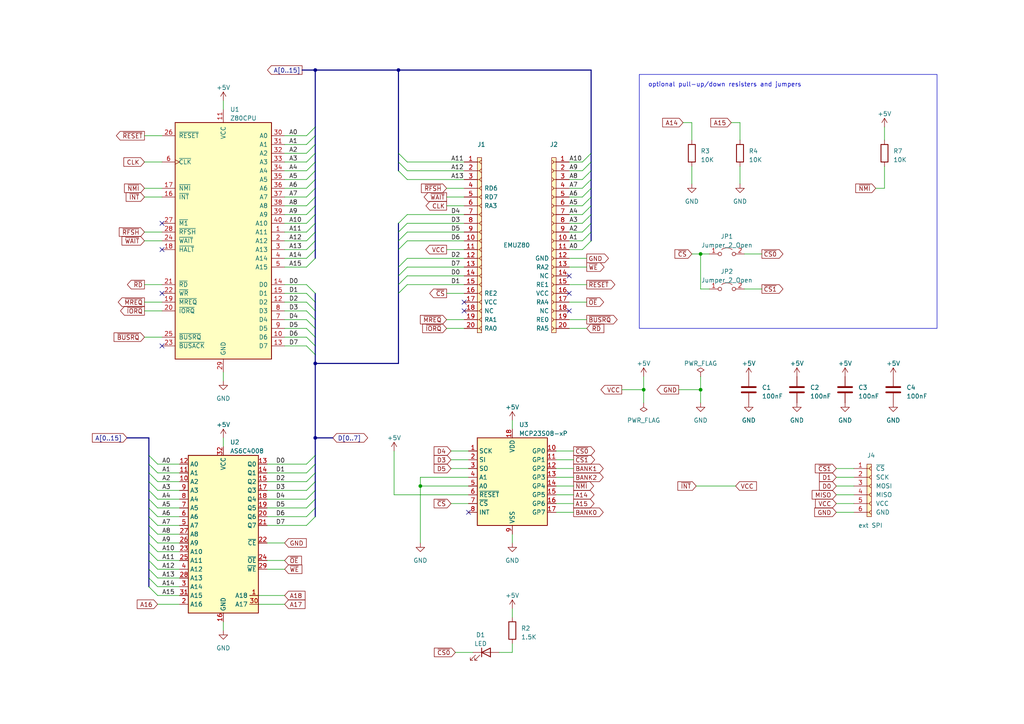
<source format=kicad_sch>
(kicad_sch (version 20230121) (generator eeschema)
  (paper "A4")
  (title_block (title "SuperMEZ80+SPI") (date "2023-04-09") (rev "0.9"))
  (lib_symbols
    (symbol "CPU:Z80CPU" (pin_names (offset 1.016))
      (property "Reference" "U" (at -13.97 35.56 0))
      (property "Value" "Z80CPU" (at 6.35 35.56 0))
      (symbol "Z80CPU_1_1"
        (pin output line (at 17.78 2.54 180) (length 3.81) (name "A11") (number "1"))
        (pin bidirectional line (at 17.78 -27.94 180) (length 3.81) (name "D6") (number "10"))
        (pin power_in line (at 0 38.1 270) (length 3.81) (name "VCC") (number "11"))
        (pin bidirectional line (at 17.78 -17.78 180) (length 3.81) (name "D2") (number "12"))
        (pin bidirectional line (at 17.78 -30.48 180) (length 3.81) (name "D7") (number "13"))
        (pin bidirectional line (at 17.78 -12.7 180) (length 3.81) (name "D0") (number "14"))
        (pin bidirectional line (at 17.78 -15.24 180) (length 3.81) (name "D1") (number "15"))
        (pin input line (at -17.78 12.7 0) (length 3.81) (name "~{INT}") (number "16"))
        (pin input line (at -17.78 15.24 0) (length 3.81) (name "~{NMI}") (number "17"))
        (pin output line (at -17.78 -2.54 0) (length 3.81) (name "~{HALT}") (number "18"))
        (pin output line (at -17.78 -17.78 0) (length 3.81) (name "~{MREQ}") (number "19"))
        (pin output line (at 17.78 0 180) (length 3.81) (name "A12") (number "2"))
        (pin output line (at -17.78 -20.32 0) (length 3.81) (name "~{IORQ}") (number "20"))
        (pin output line (at -17.78 -12.7 0) (length 3.81) (name "~{RD}") (number "21"))
        (pin output line (at -17.78 -15.24 0) (length 3.81) (name "~{WR}") (number "22"))
        (pin output line (at -17.78 -30.48 0) (length 3.81) (name "~{BUSACK}") (number "23"))
        (pin input line (at -17.78 0 0) (length 3.81) (name "~{WAIT}") (number "24"))
        (pin input line (at -17.78 -27.94 0) (length 3.81) (name "~{BUSRQ}") (number "25"))
        (pin input line (at -17.78 30.48 0) (length 3.81) (name "~{RESET}") (number "26"))
        (pin output line (at -17.78 5.08 0) (length 3.81) (name "~{M1}") (number "27"))
        (pin output line (at -17.78 2.54 0) (length 3.81) (name "~{RFSH}") (number "28"))
        (pin power_in line (at 0 -38.1 90) (length 3.81) (name "GND") (number "29"))
        (pin output line (at 17.78 -2.54 180) (length 3.81) (name "A13") (number "3"))
        (pin output line (at 17.78 30.48 180) (length 3.81) (name "A0") (number "30"))
        (pin output line (at 17.78 27.94 180) (length 3.81) (name "A1") (number "31"))
        (pin output line (at 17.78 25.4 180) (length 3.81) (name "A2") (number "32"))
        (pin output line (at 17.78 22.86 180) (length 3.81) (name "A3") (number "33"))
        (pin output line (at 17.78 20.32 180) (length 3.81) (name "A4") (number "34"))
        (pin output line (at 17.78 17.78 180) (length 3.81) (name "A5") (number "35"))
        (pin output line (at 17.78 15.24 180) (length 3.81) (name "A6") (number "36"))
        (pin output line (at 17.78 12.7 180) (length 3.81) (name "A7") (number "37"))
        (pin output line (at 17.78 10.16 180) (length 3.81) (name "A8") (number "38"))
        (pin output line (at 17.78 7.62 180) (length 3.81) (name "A9") (number "39"))
        (pin output line (at 17.78 -5.08 180) (length 3.81) (name "A14") (number "4"))
        (pin output line (at 17.78 5.08 180) (length 3.81) (name "A10") (number "40"))
        (pin output line (at 17.78 -7.62 180) (length 3.81) (name "A15") (number "5"))
        (pin input clock (at -17.78 22.86 0) (length 3.81) (name "~{CLK}") (number "6"))
        (pin bidirectional line (at 17.78 -22.86 180) (length 3.81) (name "D4") (number "7"))
        (pin bidirectional line (at 17.78 -20.32 180) (length 3.81) (name "D3") (number "8"))
        (pin bidirectional line (at 17.78 -25.4 180) (length 3.81) (name "D5") (number "9"))
      )
    )
    (symbol "Connector:Conn_01x06_Socket" (pin_names (offset 2.54))
      (property "Reference" "J2" (at -1.27 8.89 0))
      (property "Value" "SD Card slot" (at -6.35 -11.43 0))
      (symbol "Conn_01x06_Socket_1_1"
        (pin passive line (at -5.08 5.08 0) (length 3.81) (name "~{CS}") (number "1"))
        (pin passive line (at -5.08 2.54 0) (length 3.81) (name "SCK") (number "2"))
        (pin passive line (at -5.08 0 0) (length 3.81) (name "MOSI") (number "3"))
        (pin passive line (at -5.08 -2.54 0) (length 3.81) (name "MISO") (number "4"))
        (pin passive line (at -5.08 -5.08 0) (length 3.81) (name "VCC") (number "5"))
        (pin passive line (at -5.08 -7.62 0) (length 3.81) (name "GND") (number "6"))
      )
    )
    (symbol "Device:C" (pin_numbers hide) (pin_names (offset 0.254))
      (property "Reference" "C" (at 0.635 2.54 0))
      (property "Value" "C" (at 0.635 -2.54 0))
      (symbol "C_1_1"
        (pin passive line (at 0 3.81 270) (length 2.794) (name "~") (number "1"))
        (pin passive line (at 0 -3.81 90) (length 2.794) (name "~") (number "2"))
      )
    )
    (symbol "Device:LED" (pin_numbers hide) (pin_names (offset 1.016) hide)
      (property "Reference" "D" (at 0 2.54 0))
      (property "Value" "LED" (at 0 -2.54 0))
      (symbol "LED_1_1"
        (pin passive line (at -3.81 0 0) (length 2.54) (name "K") (number "1"))
        (pin passive line (at 3.81 0 180) (length 2.54) (name "A") (number "2"))
      )
    )
    (symbol "Device:R" (pin_numbers hide) (pin_names (offset 0))
      (property "Reference" "R" (at 2.032 0 90))
      (property "Value" "R" (at 0 0 90))
      (symbol "R_1_1"
        (pin passive line (at 0 3.81 270) (length 1.27) (name "~") (number "1"))
        (pin passive line (at 0 -3.81 90) (length 1.27) (name "~") (number "2"))
      )
    )
    (symbol "Jumper:Jumper_2_Open" (pin_names (offset 0) hide)
      (property "Reference" "JP" (at 0 2.794 0))
      (property "Value" "Jumper_2_Open" (at 0 -2.286 0))
      (symbol "Jumper_2_Open_1_1"
        (pin passive line (at -5.08 0 0) (length 2.54) (name "A") (number "1"))
        (pin passive line (at 5.08 0 180) (length 2.54) (name "B") (number "2"))
      )
    )
    (symbol "library:AS6C4008"
      (property "Reference" "U" (at 2.54 27.94 0))
      (property "Value" "AS6C4008" (at 2.54 25.4 0))
      (symbol "AS6C4008_0_0"
        (pin power_in line (at 0 -25.4 90) (length 2.54) (name "GND") (number "16"))
        (pin power_in line (at 0 25.4 270) (length 2.54) (name "VCC") (number "32"))
      )
      (symbol "AS6C4008_1_1"
        (pin input line (at 10.16 -17.78 180) (length 2.54) (name "A18") (number "1"))
        (pin input line (at -12.7 15.24 0) (length 2.54) (name "A2") (number "10"))
        (pin input line (at -12.7 17.78 0) (length 2.54) (name "A1") (number "11"))
        (pin input line (at -12.7 20.32 0) (length 2.54) (name "A0") (number "12"))
        (pin tri_state line (at 12.7 20.32 180) (length 2.54) (name "Q0") (number "13"))
        (pin tri_state line (at 12.7 17.78 180) (length 2.54) (name "Q1") (number "14"))
        (pin tri_state line (at 12.7 15.24 180) (length 2.54) (name "Q2") (number "15"))
        (pin tri_state line (at 12.7 12.7 180) (length 2.54) (name "Q3") (number "17"))
        (pin tri_state line (at 12.7 10.16 180) (length 2.54) (name "Q4") (number "18"))
        (pin tri_state line (at 12.7 7.62 180) (length 2.54) (name "Q5") (number "19"))
        (pin input line (at -12.7 -20.32 0) (length 2.54) (name "A16") (number "2"))
        (pin tri_state line (at 12.7 5.08 180) (length 2.54) (name "Q6") (number "20"))
        (pin tri_state line (at 12.7 2.54 180) (length 2.54) (name "Q7") (number "21"))
        (pin input line (at 12.7 -2.54 180) (length 2.54) (name "~{CE}") (number "22"))
        (pin input line (at -12.7 -5.08 0) (length 2.54) (name "A10") (number "23"))
        (pin input line (at 12.7 -7.62 180) (length 2.54) (name "~{OE}") (number "24"))
        (pin input line (at -12.7 -7.62 0) (length 2.54) (name "A11") (number "25"))
        (pin input line (at -12.7 -2.54 0) (length 2.54) (name "A9") (number "26"))
        (pin input line (at -12.7 0 0) (length 2.54) (name "A8") (number "27"))
        (pin input line (at -12.7 -12.7 0) (length 2.54) (name "A13") (number "28"))
        (pin input line (at 12.7 -10.16 180) (length 2.54) (name "~{WE}") (number "29"))
        (pin input line (at -12.7 -15.24 0) (length 2.54) (name "A14") (number "3"))
        (pin input line (at 10.16 -20.32 180) (length 2.54) (name "A17") (number "30"))
        (pin input line (at -12.7 -17.78 0) (length 2.54) (name "A15") (number "31"))
        (pin input line (at -12.7 -10.16 0) (length 2.54) (name "A12") (number "4"))
        (pin input line (at -12.7 2.54 0) (length 2.54) (name "A7") (number "5"))
        (pin input line (at -12.7 5.08 0) (length 2.54) (name "A6") (number "6"))
        (pin input line (at -12.7 7.62 0) (length 2.54) (name "A5") (number "7"))
        (pin input line (at -12.7 10.16 0) (length 2.54) (name "A4") (number "8"))
        (pin input line (at -12.7 12.7 0) (length 2.54) (name "A3") (number "9"))
      )
    )
    (symbol "library:EMUZ80_0" (pin_names (offset 2.032))
      (property "Reference" "J" (at -19.05 31.75 0))
      (property "Value" "EMUZ80_0" (at -15.24 29.21 0))
      (symbol "EMUZ80_0_1_1"
        (pin passive line (at -15.24 24.13 0) (length 3.81) (name "") (number "1"))
        (pin passive line (at -15.24 1.27 0) (length 3.81) (name "") (number "10"))
        (pin passive line (at -15.24 -1.27 0) (length 3.81) (name "") (number "11"))
        (pin passive line (at -15.24 -3.81 0) (length 3.81) (name "") (number "12"))
        (pin passive line (at -15.24 -6.35 0) (length 3.81) (name "") (number "13"))
        (pin passive line (at -15.24 -8.89 0) (length 3.81) (name "") (number "14"))
        (pin passive line (at -15.24 -11.43 0) (length 3.81) (name "") (number "15"))
        (pin passive line (at -15.24 -13.97 0) (length 3.81) (name "RE2") (number "16"))
        (pin passive line (at -15.24 -16.51 0) (length 3.81) (name "VCC") (number "17"))
        (pin passive line (at -15.24 -19.05 0) (length 3.81) (name "NC") (number "18"))
        (pin passive line (at -15.24 -21.59 0) (length 3.81) (name "RA1") (number "19"))
        (pin passive line (at -15.24 21.59 0) (length 3.81) (name "") (number "2"))
        (pin passive line (at -15.24 -24.13 0) (length 3.81) (name "RA0") (number "20"))
        (pin passive line (at -15.24 19.05 0) (length 3.81) (name "") (number "3"))
        (pin passive line (at -15.24 16.51 0) (length 3.81) (name "RD6") (number "4"))
        (pin passive line (at -15.24 13.97 0) (length 3.81) (name "RD7") (number "5"))
        (pin passive line (at -15.24 11.43 0) (length 3.81) (name "RA3") (number "6"))
        (pin passive line (at -15.24 8.89 0) (length 3.81) (name "") (number "7"))
        (pin passive line (at -15.24 6.35 0) (length 3.81) (name "") (number "8"))
        (pin passive line (at -15.24 3.81 0) (length 3.81) (name "") (number "9"))
      )
    )
    (symbol "library:EMUZ80_1" (pin_names (offset 2.032))
      (property "Reference" "J" (at 10.16 30.48 0))
      (property "Value" "EMUZ80_1" (at 13.97 27.94 0))
      (symbol "EMUZ80_1_1_1"
        (pin passive line (at 15.24 24.13 180) (length 3.81) (name "") (number "1"))
        (pin passive line (at 15.24 1.27 180) (length 3.81) (name "") (number "10"))
        (pin passive line (at 15.24 -1.27 180) (length 3.81) (name "") (number "11"))
        (pin passive line (at 15.24 -3.81 180) (length 3.81) (name "GND") (number "12"))
        (pin passive line (at 15.24 -6.35 180) (length 3.81) (name "RA2") (number "13"))
        (pin passive line (at 15.24 -8.89 180) (length 3.81) (name "NC") (number "14"))
        (pin passive line (at 15.24 -11.43 180) (length 3.81) (name "RE1") (number "15"))
        (pin passive line (at 15.24 -13.97 180) (length 3.81) (name "VCC") (number "16"))
        (pin passive line (at 15.24 -16.51 180) (length 3.81) (name "RA4") (number "17"))
        (pin passive line (at 15.24 -19.05 180) (length 3.81) (name "NC") (number "18"))
        (pin passive line (at 15.24 -21.59 180) (length 3.81) (name "RE0") (number "19"))
        (pin passive line (at 15.24 21.59 180) (length 3.81) (name "") (number "2"))
        (pin passive line (at 15.24 -24.13 180) (length 3.81) (name "RA5") (number "20"))
        (pin passive line (at 15.24 19.05 180) (length 3.81) (name "") (number "3"))
        (pin passive line (at 15.24 16.51 180) (length 3.81) (name "") (number "4"))
        (pin passive line (at 15.24 13.97 180) (length 3.81) (name "") (number "5"))
        (pin passive line (at 15.24 11.43 180) (length 3.81) (name "") (number "6"))
        (pin passive line (at 15.24 8.89 180) (length 3.81) (name "") (number "7"))
        (pin passive line (at 15.24 6.35 180) (length 3.81) (name "") (number "8"))
        (pin passive line (at 15.24 3.81 180) (length 3.81) (name "") (number "9"))
      )
    )
    (symbol "library:MCP23S08-xP"
      (property "Reference" "U" (at -8.89 13.97 0))
      (property "Value" "MCP23S08-xP" (at 8.89 13.97 0))
      (symbol "MCP23S08-xP_1_1"
        (pin input line (at -12.7 8.89 0) (length 2.54) (name "SCK") (number "1"))
        (pin bidirectional line (at 12.7 8.89 180) (length 2.54) (name "GP0") (number "10"))
        (pin bidirectional line (at 12.7 6.35 180) (length 2.54) (name "GP1") (number "11"))
        (pin bidirectional line (at 12.7 3.81 180) (length 2.54) (name "GP2") (number "12"))
        (pin bidirectional line (at 12.7 1.27 180) (length 2.54) (name "GP3") (number "13"))
        (pin bidirectional line (at 12.7 -1.27 180) (length 2.54) (name "GP4") (number "14"))
        (pin bidirectional line (at 12.7 -3.81 180) (length 2.54) (name "GP5") (number "15"))
        (pin bidirectional line (at 12.7 -6.35 180) (length 2.54) (name "GP6") (number "16"))
        (pin bidirectional line (at 12.7 -8.89 180) (length 2.54) (name "GP7") (number "17"))
        (pin power_in line (at 0 15.24 270) (length 2.54) (name "VDD") (number "18"))
        (pin input line (at -12.7 6.35 0) (length 2.54) (name "SI") (number "2"))
        (pin output line (at -12.7 3.81 0) (length 2.54) (name "SO") (number "3"))
        (pin input line (at -12.7 1.27 0) (length 2.54) (name "A1") (number "4"))
        (pin input line (at -12.7 -1.27 0) (length 2.54) (name "A0") (number "5"))
        (pin input line (at -12.7 -3.81 0) (length 2.54) (name "~{RESET}") (number "6"))
        (pin input line (at -12.7 -6.35 0) (length 2.54) (name "~{CS}") (number "7"))
        (pin output line (at -12.7 -8.89 0) (length 2.54) (name "INT") (number "8"))
        (pin power_in line (at 0 -15.24 90) (length 2.54) (name "VSS") (number "9"))
      )
    )
    (symbol "power:+5V" (power) (pin_names (offset 0))
      (property "Value" "+5V" (at 0 3.556 0))
      (symbol "+5V_1_1"
        (pin power_in line (at 0 0 90) (length 0) hide (name "+5V") (number "1"))
      )
    )
    (symbol "power:GND" (power) (pin_names (offset 0))
      (property "Value" "GND" (at 0 -3.81 0))
      (symbol "GND_1_1"
        (pin power_in line (at 0 0 270) (length 0) hide (name "GND") (number "1"))
      )
    )
    (symbol "power:PWR_FLAG" (power) (pin_numbers hide) (pin_names (offset 0) hide)
      (property "Value" "PWR_FLAG" (at 0 3.81 0))
      (symbol "PWR_FLAG_0_0"
        (pin power_out line (at 0 0 90) (length 0) (name "pwr") (number "1"))
      )
    )
  )
  (junction (at 203.2 113.03))
  (junction (at 91.44 127))
  (junction (at 115.57 20.32))
  (junction (at 203.2 73.66))
  (junction (at 121.92 140.97))
  (junction (at 186.69 113.03))
  (junction (at 91.44 20.32))
  (junction (at 91.44 105.41))
  (no_connect (at 46.99 64.77))
  (no_connect (at 134.62 87.63))
  (no_connect (at 46.99 72.39))
  (no_connect (at 46.99 85.09))
  (no_connect (at 134.62 90.17))
  (no_connect (at 46.99 100.33))
  (no_connect (at 165.1 85.09))
  (no_connect (at 165.1 90.17))
  (no_connect (at 135.89 148.59))
  (no_connect (at 165.1 80.01))
  (bus_entry (at 168.91 62.23) (size 2.54 -2.54))
  (bus_entry (at 45.72 160.02) (size -2.54 -2.54))
  (bus_entry (at 168.91 64.77) (size 2.54 -2.54))
  (bus_entry (at 88.9 85.09) (size 2.54 2.54))
  (bus_entry (at 115.57 67.31) (size 2.54 -2.54))
  (bus_entry (at 88.9 69.85) (size 2.54 -2.54))
  (bus_entry (at 45.72 162.56) (size -2.54 -2.54))
  (bus_entry (at 88.9 52.07) (size 2.54 -2.54))
  (bus_entry (at 91.44 139.7) (size -2.54 2.54))
  (bus_entry (at 115.57 82.55) (size 2.54 -2.54))
  (bus_entry (at 91.44 137.16) (size -2.54 2.54))
  (bus_entry (at 88.9 39.37) (size 2.54 -2.54))
  (bus_entry (at 91.44 134.62) (size -2.54 2.54))
  (bus_entry (at 88.9 72.39) (size 2.54 -2.54))
  (bus_entry (at 115.57 77.47) (size 2.54 -2.54))
  (bus_entry (at 168.91 46.99) (size 2.54 -2.54))
  (bus_entry (at 88.9 59.69) (size 2.54 -2.54))
  (bus_entry (at 91.44 147.32) (size -2.54 2.54))
  (bus_entry (at 45.72 139.7) (size -2.54 -2.54))
  (bus_entry (at 45.72 152.4) (size -2.54 -2.54))
  (bus_entry (at 45.72 154.94) (size -2.54 -2.54))
  (bus_entry (at 88.9 67.31) (size 2.54 -2.54))
  (bus_entry (at 45.72 147.32) (size -2.54 -2.54))
  (bus_entry (at 115.57 64.77) (size 2.54 -2.54))
  (bus_entry (at 168.91 54.61) (size 2.54 -2.54))
  (bus_entry (at 168.91 59.69) (size 2.54 -2.54))
  (bus_entry (at 88.9 77.47) (size 2.54 -2.54))
  (bus_entry (at 115.57 46.99) (size 2.54 2.54))
  (bus_entry (at 88.9 54.61) (size 2.54 -2.54))
  (bus_entry (at 115.57 85.09) (size 2.54 -2.54))
  (bus_entry (at 168.91 49.53) (size 2.54 -2.54))
  (bus_entry (at 88.9 97.79) (size 2.54 2.54))
  (bus_entry (at 115.57 49.53) (size 2.54 2.54))
  (bus_entry (at 115.57 69.85) (size 2.54 -2.54))
  (bus_entry (at 45.72 142.24) (size -2.54 -2.54))
  (bus_entry (at 88.9 74.93) (size 2.54 -2.54))
  (bus_entry (at 115.57 72.39) (size 2.54 -2.54))
  (bus_entry (at 88.9 62.23) (size 2.54 -2.54))
  (bus_entry (at 168.91 72.39) (size 2.54 -2.54))
  (bus_entry (at 45.72 172.72) (size -2.54 -2.54))
  (bus_entry (at 45.72 134.62) (size -2.54 -2.54))
  (bus_entry (at 45.72 144.78) (size -2.54 -2.54))
  (bus_entry (at 45.72 157.48) (size -2.54 -2.54))
  (bus_entry (at 168.91 69.85) (size 2.54 -2.54))
  (bus_entry (at 45.72 149.86) (size -2.54 -2.54))
  (bus_entry (at 88.9 41.91) (size 2.54 -2.54))
  (bus_entry (at 88.9 87.63) (size 2.54 2.54))
  (bus_entry (at 115.57 44.45) (size 2.54 2.54))
  (bus_entry (at 91.44 132.08) (size -2.54 2.54))
  (bus_entry (at 88.9 90.17) (size 2.54 2.54))
  (bus_entry (at 88.9 92.71) (size 2.54 2.54))
  (bus_entry (at 115.57 80.01) (size 2.54 -2.54))
  (bus_entry (at 88.9 95.25) (size 2.54 2.54))
  (bus_entry (at 91.44 144.78) (size -2.54 2.54))
  (bus_entry (at 168.91 57.15) (size 2.54 -2.54))
  (bus_entry (at 45.72 167.64) (size -2.54 -2.54))
  (bus_entry (at 91.44 149.86) (size -2.54 2.54))
  (bus_entry (at 168.91 67.31) (size 2.54 -2.54))
  (bus_entry (at 45.72 165.1) (size -2.54 -2.54))
  (bus_entry (at 45.72 137.16) (size -2.54 -2.54))
  (bus_entry (at 88.9 44.45) (size 2.54 -2.54))
  (bus_entry (at 88.9 57.15) (size 2.54 -2.54))
  (bus_entry (at 91.44 142.24) (size -2.54 2.54))
  (bus_entry (at 88.9 82.55) (size 2.54 2.54))
  (bus_entry (at 88.9 46.99) (size 2.54 -2.54))
  (bus_entry (at 168.91 52.07) (size 2.54 -2.54))
  (bus_entry (at 88.9 64.77) (size 2.54 -2.54))
  (bus_entry (at 45.72 170.18) (size -2.54 -2.54))
  (bus_entry (at 88.9 49.53) (size 2.54 -2.54))
  (bus_entry (at 88.9 100.33) (size 2.54 2.54))
  (wire (pts (xy 161.29 133.35) (xy 166.37 133.35)))
  (wire (pts (xy 215.9 73.66) (xy 220.98 73.66)))
  (bus (pts (xy 91.44 90.17) (xy 91.44 92.71)))
  (wire (pts (xy 82.55 57.15) (xy 88.9 57.15)))
  (wire (pts (xy 214.63 53.34) (xy 214.63 48.26)))
  (bus (pts (xy 91.44 97.79) (xy 91.44 100.33)))
  (wire (pts (xy 242.57 148.59) (xy 247.65 148.59)))
  (wire (pts (xy 82.55 72.39) (xy 88.9 72.39)))
  (bus (pts (xy 171.45 46.99) (xy 171.45 49.53)))
  (bus (pts (xy 91.44 127) (xy 91.44 132.08)))
  (bus (pts (xy 91.44 127) (xy 96.52 127)))
  (wire (pts (xy 165.1 49.53) (xy 168.91 49.53)))
  (wire (pts (xy 165.1 62.23) (xy 168.91 62.23)))
  (wire (pts (xy 45.72 147.32) (xy 52.07 147.32)))
  (wire (pts (xy 64.77 107.95) (xy 64.77 110.49)))
  (wire (pts (xy 82.55 97.79) (xy 88.9 97.79)))
  (wire (pts (xy 82.55 100.33) (xy 88.9 100.33)))
  (wire (pts (xy 82.55 44.45) (xy 88.9 44.45)))
  (bus (pts (xy 115.57 20.32) (xy 171.45 20.32)))
  (bus (pts (xy 91.44 39.37) (xy 91.44 36.83)))
  (bus (pts (xy 91.44 144.78) (xy 91.44 147.32)))
  (wire (pts (xy 129.54 59.69) (xy 134.62 59.69)))
  (bus (pts (xy 91.44 20.32) (xy 91.44 36.83)))
  (wire (pts (xy 74.93 172.72) (xy 82.55 172.72)))
  (wire (pts (xy 129.54 57.15) (xy 134.62 57.15)))
  (bus (pts (xy 115.57 77.47) (xy 115.57 80.01)))
  (wire (pts (xy 165.1 57.15) (xy 168.91 57.15)))
  (bus (pts (xy 91.44 49.53) (xy 91.44 46.99)))
  (wire (pts (xy 77.47 152.4) (xy 88.9 152.4)))
  (wire (pts (xy 242.57 135.89) (xy 247.65 135.89)))
  (wire (pts (xy 144.78 189.23) (xy 148.59 189.23)))
  (wire (pts (xy 82.55 95.25) (xy 88.9 95.25)))
  (wire (pts (xy 165.1 92.71) (xy 170.18 92.71)))
  (wire (pts (xy 214.63 35.56) (xy 214.63 40.64)))
  (bus (pts (xy 43.18 167.64) (xy 43.18 165.1)))
  (wire (pts (xy 41.91 39.37) (xy 46.99 39.37)))
  (wire (pts (xy 130.81 133.35) (xy 135.89 133.35)))
  (wire (pts (xy 242.57 138.43) (xy 247.65 138.43)))
  (wire (pts (xy 129.54 54.61) (xy 134.62 54.61)))
  (bus (pts (xy 171.45 67.31) (xy 171.45 69.85)))
  (wire (pts (xy 148.59 186.69) (xy 148.59 189.23)))
  (wire (pts (xy 118.11 69.85) (xy 134.62 69.85)))
  (bus (pts (xy 43.18 144.78) (xy 43.18 142.24)))
  (wire (pts (xy 64.77 180.34) (xy 64.77 182.88)))
  (bus (pts (xy 43.18 134.62) (xy 43.18 132.08)))
  (bus (pts (xy 91.44 92.71) (xy 91.44 95.25)))
  (bus (pts (xy 91.44 74.93) (xy 91.44 72.39)))
  (wire (pts (xy 148.59 176.53) (xy 148.59 179.07)))
  (wire (pts (xy 135.89 138.43) (xy 121.92 138.43)))
  (wire (pts (xy 45.72 149.86) (xy 52.07 149.86)))
  (wire (pts (xy 77.47 147.32) (xy 88.9 147.32)))
  (bus (pts (xy 91.44 95.25) (xy 91.44 97.79)))
  (wire (pts (xy 165.1 87.63) (xy 170.18 87.63)))
  (wire (pts (xy 45.72 142.24) (xy 52.07 142.24)))
  (wire (pts (xy 165.1 95.25) (xy 170.18 95.25)))
  (bus (pts (xy 115.57 80.01) (xy 115.57 82.55)))
  (wire (pts (xy 41.91 97.79) (xy 46.99 97.79)))
  (wire (pts (xy 129.54 72.39) (xy 134.62 72.39)))
  (bus (pts (xy 43.18 165.1) (xy 43.18 162.56)))
  (wire (pts (xy 118.11 64.77) (xy 134.62 64.77)))
  (wire (pts (xy 77.47 144.78) (xy 88.9 144.78)))
  (bus (pts (xy 115.57 82.55) (xy 115.57 85.09)))
  (bus (pts (xy 91.44 41.91) (xy 91.44 39.37)))
  (wire (pts (xy 45.72 134.62) (xy 52.07 134.62)))
  (wire (pts (xy 165.1 69.85) (xy 168.91 69.85)))
  (bus (pts (xy 91.44 105.41) (xy 91.44 127)))
  (bus (pts (xy 171.45 54.61) (xy 171.45 57.15)))
  (wire (pts (xy 118.11 46.99) (xy 134.62 46.99)))
  (bus (pts (xy 87.63 20.32) (xy 91.44 20.32)))
  (wire (pts (xy 118.11 52.07) (xy 134.62 52.07)))
  (wire (pts (xy 82.55 90.17) (xy 88.9 90.17)))
  (wire (pts (xy 64.77 29.21) (xy 64.77 31.75)))
  (bus (pts (xy 91.44 139.7) (xy 91.44 142.24)))
  (wire (pts (xy 161.29 140.97) (xy 166.37 140.97)))
  (wire (pts (xy 41.91 87.63) (xy 46.99 87.63)))
  (wire (pts (xy 77.47 162.56) (xy 82.55 162.56)))
  (bus (pts (xy 171.45 20.32) (xy 171.45 44.45)))
  (wire (pts (xy 148.59 154.94) (xy 148.59 157.48)))
  (wire (pts (xy 41.91 90.17) (xy 46.99 90.17)))
  (bus (pts (xy 43.18 154.94) (xy 43.18 152.4)))
  (bus (pts (xy 91.44 67.31) (xy 91.44 64.77)))
  (wire (pts (xy 161.29 148.59) (xy 166.37 148.59)))
  (wire (pts (xy 77.47 149.86) (xy 88.9 149.86)))
  (bus (pts (xy 91.44 102.87) (xy 91.44 105.41)))
  (wire (pts (xy 45.72 172.72) (xy 52.07 172.72)))
  (wire (pts (xy 203.2 113.03) (xy 203.2 116.84)))
  (wire (pts (xy 130.81 146.05) (xy 135.89 146.05)))
  (bus (pts (xy 115.57 67.31) (xy 115.57 69.85)))
  (bus (pts (xy 43.18 162.56) (xy 43.18 160.02)))
  (wire (pts (xy 196.85 113.03) (xy 203.2 113.03)))
  (wire (pts (xy 82.55 64.77) (xy 88.9 64.77)))
  (bus (pts (xy 115.57 69.85) (xy 115.57 72.39)))
  (wire (pts (xy 45.72 167.64) (xy 52.07 167.64)))
  (bus (pts (xy 43.18 160.02) (xy 43.18 157.48)))
  (wire (pts (xy 45.72 157.48) (xy 52.07 157.48)))
  (wire (pts (xy 64.77 127) (xy 64.77 129.54)))
  (bus (pts (xy 115.57 44.45) (xy 115.57 46.99)))
  (wire (pts (xy 82.55 54.61) (xy 88.9 54.61)))
  (bus (pts (xy 91.44 44.45) (xy 91.44 41.91)))
  (wire (pts (xy 215.9 83.82) (xy 220.98 83.82)))
  (bus (pts (xy 171.45 49.53) (xy 171.45 52.07)))
  (bus (pts (xy 43.18 147.32) (xy 43.18 144.78)))
  (bus (pts (xy 43.18 152.4) (xy 43.18 149.86)))
  (wire (pts (xy 45.72 144.78) (xy 52.07 144.78)))
  (bus (pts (xy 91.44 59.69) (xy 91.44 57.15)))
  (wire (pts (xy 242.57 140.97) (xy 247.65 140.97)))
  (bus (pts (xy 91.44 46.99) (xy 91.44 44.45)))
  (wire (pts (xy 165.1 59.69) (xy 168.91 59.69)))
  (wire (pts (xy 118.11 82.55) (xy 134.62 82.55)))
  (wire (pts (xy 180.34 113.03) (xy 186.69 113.03)))
  (bus (pts (xy 91.44 62.23) (xy 91.44 59.69)))
  (wire (pts (xy 256.54 48.26) (xy 256.54 54.61)))
  (bus (pts (xy 91.44 52.07) (xy 91.44 49.53)))
  (bus (pts (xy 91.44 85.09) (xy 91.44 87.63)))
  (wire (pts (xy 200.66 53.34) (xy 200.66 48.26)))
  (wire (pts (xy 114.3 130.81) (xy 114.3 143.51)))
  (bus (pts (xy 43.18 139.7) (xy 43.18 137.16)))
  (wire (pts (xy 203.2 83.82) (xy 203.2 73.66)))
  (wire (pts (xy 165.1 72.39) (xy 168.91 72.39)))
  (wire (pts (xy 165.1 74.93) (xy 170.18 74.93)))
  (bus (pts (xy 43.18 132.08) (xy 43.18 127)))
  (wire (pts (xy 77.47 134.62) (xy 88.9 134.62)))
  (wire (pts (xy 205.74 83.82) (xy 203.2 83.82)))
  (wire (pts (xy 82.55 46.99) (xy 88.9 46.99)))
  (wire (pts (xy 41.91 54.61) (xy 46.99 54.61)))
  (wire (pts (xy 41.91 57.15) (xy 46.99 57.15)))
  (wire (pts (xy 77.47 137.16) (xy 88.9 137.16)))
  (bus (pts (xy 43.18 149.86) (xy 43.18 147.32)))
  (wire (pts (xy 82.55 67.31) (xy 88.9 67.31)))
  (bus (pts (xy 91.44 100.33) (xy 91.44 102.87)))
  (bus (pts (xy 91.44 87.63) (xy 91.44 90.17)))
  (wire (pts (xy 82.55 74.93) (xy 88.9 74.93)))
  (bus (pts (xy 171.45 57.15) (xy 171.45 59.69)))
  (wire (pts (xy 45.72 160.02) (xy 52.07 160.02)))
  (wire (pts (xy 161.29 138.43) (xy 166.37 138.43)))
  (wire (pts (xy 114.3 143.51) (xy 135.89 143.51)))
  (bus (pts (xy 43.18 170.18) (xy 43.18 167.64)))
  (wire (pts (xy 118.11 77.47) (xy 134.62 77.47)))
  (wire (pts (xy 82.55 92.71) (xy 88.9 92.71)))
  (bus (pts (xy 91.44 137.16) (xy 91.44 139.7)))
  (wire (pts (xy 165.1 77.47) (xy 170.18 77.47)))
  (wire (pts (xy 130.81 135.89) (xy 135.89 135.89)))
  (wire (pts (xy 200.66 40.64) (xy 200.66 35.56)))
  (wire (pts (xy 118.11 74.93) (xy 134.62 74.93)))
  (bus (pts (xy 115.57 72.39) (xy 115.57 77.47)))
  (wire (pts (xy 45.72 170.18) (xy 52.07 170.18)))
  (bus (pts (xy 91.44 57.15) (xy 91.44 54.61)))
  (wire (pts (xy 161.29 130.81) (xy 166.37 130.81)))
  (wire (pts (xy 41.91 82.55) (xy 46.99 82.55)))
  (wire (pts (xy 203.2 73.66) (xy 205.74 73.66)))
  (wire (pts (xy 45.72 139.7) (xy 52.07 139.7)))
  (wire (pts (xy 45.72 165.1) (xy 52.07 165.1)))
  (bus (pts (xy 115.57 85.09) (xy 115.57 105.41)))
  (wire (pts (xy 41.91 67.31) (xy 46.99 67.31)))
  (wire (pts (xy 45.72 162.56) (xy 52.07 162.56)))
  (wire (pts (xy 82.55 82.55) (xy 88.9 82.55)))
  (wire (pts (xy 129.54 95.25) (xy 134.62 95.25)))
  (wire (pts (xy 165.1 82.55) (xy 170.18 82.55)))
  (wire (pts (xy 242.57 143.51) (xy 247.65 143.51)))
  (wire (pts (xy 41.91 46.99) (xy 46.99 46.99)))
  (wire (pts (xy 82.55 87.63) (xy 88.9 87.63)))
  (wire (pts (xy 121.92 140.97) (xy 121.92 157.48)))
  (wire (pts (xy 148.59 121.92) (xy 148.59 124.46)))
  (wire (pts (xy 129.54 92.71) (xy 134.62 92.71)))
  (wire (pts (xy 254 54.61) (xy 256.54 54.61)))
  (bus (pts (xy 171.45 44.45) (xy 171.45 46.99)))
  (wire (pts (xy 130.81 130.81) (xy 135.89 130.81)))
  (bus (pts (xy 91.44 20.32) (xy 115.57 20.32)))
  (wire (pts (xy 82.55 77.47) (xy 88.9 77.47)))
  (bus (pts (xy 43.18 142.24) (xy 43.18 139.7)))
  (bus (pts (xy 171.45 62.23) (xy 171.45 64.77)))
  (wire (pts (xy 118.11 49.53) (xy 134.62 49.53)))
  (bus (pts (xy 91.44 69.85) (xy 91.44 67.31)))
  (wire (pts (xy 45.72 175.26) (xy 52.07 175.26)))
  (bus (pts (xy 91.44 142.24) (xy 91.44 144.78)))
  (wire (pts (xy 121.92 138.43) (xy 121.92 140.97)))
  (wire (pts (xy 41.91 69.85) (xy 46.99 69.85)))
  (bus (pts (xy 43.18 137.16) (xy 43.18 134.62)))
  (bus (pts (xy 171.45 52.07) (xy 171.45 54.61)))
  (bus (pts (xy 91.44 147.32) (xy 91.44 149.86)))
  (wire (pts (xy 45.72 137.16) (xy 52.07 137.16)))
  (wire (pts (xy 165.1 46.99) (xy 168.91 46.99)))
  (bus (pts (xy 91.44 134.62) (xy 91.44 137.16)))
  (wire (pts (xy 198.12 35.56) (xy 200.66 35.56)))
  (bus (pts (xy 91.44 105.41) (xy 115.57 105.41)))
  (bus (pts (xy 91.44 72.39) (xy 91.44 69.85)))
  (wire (pts (xy 132.08 189.23) (xy 137.16 189.23)))
  (bus (pts (xy 115.57 64.77) (xy 115.57 67.31)))
  (wire (pts (xy 201.93 140.97) (xy 213.36 140.97)))
  (wire (pts (xy 74.93 175.26) (xy 82.55 175.26)))
  (wire (pts (xy 256.54 36.83) (xy 256.54 40.64)))
  (wire (pts (xy 165.1 52.07) (xy 168.91 52.07)))
  (bus (pts (xy 115.57 46.99) (xy 115.57 49.53)))
  (wire (pts (xy 161.29 143.51) (xy 166.37 143.51)))
  (wire (pts (xy 165.1 64.77) (xy 168.91 64.77)))
  (wire (pts (xy 203.2 109.22) (xy 203.2 113.03)))
  (wire (pts (xy 186.69 113.03) (xy 186.69 116.84)))
  (wire (pts (xy 165.1 67.31) (xy 168.91 67.31)))
  (wire (pts (xy 82.55 59.69) (xy 88.9 59.69)))
  (wire (pts (xy 77.47 139.7) (xy 88.9 139.7)))
  (wire (pts (xy 212.09 35.56) (xy 214.63 35.56)))
  (bus (pts (xy 91.44 64.77) (xy 91.44 62.23)))
  (wire (pts (xy 45.72 154.94) (xy 52.07 154.94)))
  (wire (pts (xy 118.11 62.23) (xy 134.62 62.23)))
  (wire (pts (xy 82.55 39.37) (xy 88.9 39.37)))
  (bus (pts (xy 91.44 54.61) (xy 91.44 52.07)))
  (bus (pts (xy 115.57 20.32) (xy 115.57 44.45)))
  (wire (pts (xy 186.69 109.22) (xy 186.69 113.03)))
  (wire (pts (xy 45.72 152.4) (xy 52.07 152.4)))
  (wire (pts (xy 129.54 85.09) (xy 134.62 85.09)))
  (wire (pts (xy 82.55 49.53) (xy 88.9 49.53)))
  (wire (pts (xy 82.55 69.85) (xy 88.9 69.85)))
  (wire (pts (xy 161.29 135.89) (xy 166.37 135.89)))
  (bus (pts (xy 171.45 64.77) (xy 171.45 67.31)))
  (wire (pts (xy 77.47 165.1) (xy 82.55 165.1)))
  (wire (pts (xy 161.29 146.05) (xy 166.37 146.05)))
  (bus (pts (xy 171.45 59.69) (xy 171.45 62.23)))
  (bus (pts (xy 43.18 157.48) (xy 43.18 154.94)))
  (bus (pts (xy 91.44 132.08) (xy 91.44 134.62)))
  (wire (pts (xy 165.1 54.61) (xy 168.91 54.61)))
  (wire (pts (xy 242.57 146.05) (xy 247.65 146.05)))
  (wire (pts (xy 118.11 67.31) (xy 134.62 67.31)))
  (wire (pts (xy 82.55 41.91) (xy 88.9 41.91)))
  (wire (pts (xy 118.11 80.01) (xy 134.62 80.01)))
  (wire (pts (xy 82.55 52.07) (xy 88.9 52.07)))
  (wire (pts (xy 77.47 157.48) (xy 82.55 157.48)))
  (bus (pts (xy 36.83 127) (xy 43.18 127)))
  (wire (pts (xy 135.89 140.97) (xy 121.92 140.97)))
  (wire (pts (xy 200.66 73.66) (xy 203.2 73.66)))
  (wire (pts (xy 82.55 85.09) (xy 88.9 85.09)))
  (wire (pts (xy 77.47 142.24) (xy 88.9 142.24)))
  (wire (pts (xy 82.55 62.23) (xy 88.9 62.23)))
  (rectangle (start 185.42 21.59) (end 271.78 95.25))
  (text "optional pull-up/down resisters and jumpers" (at 187.96 25.4 0) (effects (font (size 1.27 1.27)) (justify left bottom)))
  (label "D7" (at 80.01 152.4 0))
  (label "A9" (at 165.1 49.53 0))
  (label "A7" (at 165.1 54.61 0))
  (label "A10" (at 83.82 64.77 0))
  (label "A5" (at 46.99 147.32 0))
  (label "D7" (at 83.82 100.33 0))
  (label "D0" (at 130.81 80.01 0))
  (label "D6" (at 130.81 69.85 0))
  (label "D5" (at 83.82 95.25 0))
  (label "D3" (at 80.01 142.24 0))
  (label "A14" (at 83.82 74.93 0))
  (label "D4" (at 130.81 62.23 0))
  (label "A11" (at 83.82 67.31 0))
  (label "A3" (at 46.99 142.24 0))
  (label "D5" (at 130.81 67.31 0))
  (label "D2" (at 80.01 139.7 0))
  (label "D3" (at 130.81 64.77 0))
  (label "A6" (at 83.82 54.61 0))
  (label "A14" (at 46.99 170.18 0))
  (label "D2" (at 83.82 87.63 0))
  (label "A3" (at 165.1 64.77 0))
  (label "D1" (at 83.82 85.09 0))
  (label "A5" (at 83.82 52.07 0))
  (label "A8" (at 165.1 52.07 0))
  (label "D2" (at 130.81 74.93 0))
  (label "A5" (at 165.1 59.69 0))
  (label "A12" (at 46.99 165.1 0))
  (label "A10" (at 46.99 160.02 0))
  (label "A10" (at 165.1 46.99 0))
  (label "A3" (at 83.82 46.99 0))
  (label "A8" (at 83.82 59.69 0))
  (label "A8" (at 46.99 154.94 0))
  (label "A0" (at 83.82 39.37 0))
  (label "D3" (at 83.82 90.17 0))
  (label "D0" (at 80.01 134.62 0))
  (label "A15" (at 83.82 77.47 0))
  (label "A15" (at 46.99 172.72 0))
  (label "A7" (at 83.82 57.15 0))
  (label "A2" (at 165.1 67.31 0))
  (label "D1" (at 130.81 82.55 0))
  (label "A2" (at 46.99 139.7 0))
  (label "D4" (at 83.82 92.71 0))
  (label "A11" (at 46.99 162.56 0))
  (label "A11" (at 130.81 46.99 0))
  (label "A9" (at 83.82 62.23 0))
  (label "A13" (at 130.81 52.07 0))
  (label "A13" (at 83.82 72.39 0))
  (label "A9" (at 46.99 157.48 0))
  (label "A1" (at 46.99 137.16 0))
  (label "D1" (at 80.01 137.16 0))
  (label "A4" (at 165.1 62.23 0))
  (label "A7" (at 46.99 152.4 0))
  (label "A4" (at 46.99 144.78 0))
  (label "A2" (at 83.82 44.45 0))
  (label "A1" (at 83.82 41.91 0))
  (label "A6" (at 46.99 149.86 0))
  (label "A1" (at 165.1 69.85 0))
  (label "A4" (at 83.82 49.53 0))
  (label "D7" (at 130.81 77.47 0))
  (label "D0" (at 83.82 82.55 0))
  (label "A12" (at 83.82 69.85 0))
  (label "A12" (at 130.81 49.53 0))
  (label "D6" (at 83.82 97.79 0))
  (label "D4" (at 80.01 144.78 0))
  (label "A0" (at 46.99 134.62 0))
  (label "A13" (at 46.99 167.64 0))
  (label "D5" (at 80.01 147.32 0))
  (label "A0" (at 165.1 72.39 0))
  (label "A6" (at 165.1 57.15 0))
  (label "D6" (at 80.01 149.86 0))
  (global_label "A[0..15]" (shape output) (at 87.63 20.32 180) (property "Intersheetrefs" "${INTERSHEET_REFS}" (effects hide)))
  (global_label "CLK" (shape input) (at 41.91 46.99 180) (property "Intersheetrefs" "${INTERSHEET_REFS}" (effects hide)))
  (global_label "BANK0" (shape output) (at 166.37 148.59 0) (property "Intersheetrefs" "${INTERSHEET_REFS}" (effects hide)))
  (global_label "~{MREQ}" (shape output) (at 41.91 87.63 180) (property "Intersheetrefs" "${INTERSHEET_REFS}" (effects hide)))
  (global_label "BANK2" (shape output) (at 166.37 138.43 0) (property "Intersheetrefs" "${INTERSHEET_REFS}" (effects hide)))
  (global_label "D0" (shape input) (at 242.57 140.97 180) (property "Intersheetrefs" "${INTERSHEET_REFS}" (effects hide)))
  (global_label "D3" (shape input) (at 130.81 133.35 180) (property "Intersheetrefs" "${INTERSHEET_REFS}" (effects hide)))
  (global_label "~{CS1}" (shape output) (at 166.37 133.35 0) (property "Intersheetrefs" "${INTERSHEET_REFS}" (effects hide)))
  (global_label "~{WAIT}" (shape input) (at 41.91 69.85 180) (property "Intersheetrefs" "${INTERSHEET_REFS}" (effects hide)))
  (global_label "~{RESET}" (shape output) (at 170.18 82.55 0) (property "Intersheetrefs" "${INTERSHEET_REFS}" (effects hide)))
  (global_label "~{RD}" (shape input) (at 170.18 95.25 0) (property "Intersheetrefs" "${INTERSHEET_REFS}" (effects hide)))
  (global_label "~{INT}" (shape input) (at 41.91 57.15 180) (property "Intersheetrefs" "${INTERSHEET_REFS}" (effects hide)))
  (global_label "A14" (shape input) (at 198.12 35.56 180) (property "Intersheetrefs" "${INTERSHEET_REFS}" (effects hide)))
  (global_label "~{INT}" (shape input) (at 201.93 140.97 180) (property "Intersheetrefs" "${INTERSHEET_REFS}" (effects hide)))
  (global_label "A15" (shape input) (at 212.09 35.56 180) (property "Intersheetrefs" "${INTERSHEET_REFS}" (effects hide)))
  (global_label "~{OE}" (shape output) (at 170.18 87.63 0) (property "Intersheetrefs" "${INTERSHEET_REFS}" (effects hide)))
  (global_label "D4" (shape input) (at 130.81 130.81 180) (property "Intersheetrefs" "${INTERSHEET_REFS}" (effects hide)))
  (global_label "~{BUSRQ}" (shape input) (at 41.91 97.79 180) (property "Intersheetrefs" "${INTERSHEET_REFS}" (effects hide)))
  (global_label "VCC" (shape input) (at 242.57 146.05 180) (property "Intersheetrefs" "${INTERSHEET_REFS}" (effects hide)))
  (global_label "~{WE}" (shape input) (at 82.55 165.1 0) (property "Intersheetrefs" "${INTERSHEET_REFS}" (effects hide)))
  (global_label "~{CS1}" (shape output) (at 220.98 83.82 0) (property "Intersheetrefs" "${INTERSHEET_REFS}" (effects hide)))
  (global_label "~{CS0}" (shape input) (at 132.08 189.23 180) (property "Intersheetrefs" "${INTERSHEET_REFS}" (effects hide)))
  (global_label "VCC" (shape output) (at 129.54 72.39 180) (property "Intersheetrefs" "${INTERSHEET_REFS}" (effects hide)))
  (global_label "~{RFSH}" (shape input) (at 41.91 67.31 180) (property "Intersheetrefs" "${INTERSHEET_REFS}" (effects hide)))
  (global_label "~{NMI}" (shape input) (at 254 54.61 180) (property "Intersheetrefs" "${INTERSHEET_REFS}" (effects hide)))
  (global_label "~{RD}" (shape output) (at 41.91 82.55 180) (property "Intersheetrefs" "${INTERSHEET_REFS}" (effects hide)))
  (global_label "~{CS1}" (shape input) (at 242.57 135.89 180) (property "Intersheetrefs" "${INTERSHEET_REFS}" (effects hide)))
  (global_label "~{CS0}" (shape output) (at 220.98 73.66 0) (property "Intersheetrefs" "${INTERSHEET_REFS}" (effects hide)))
  (global_label "~{RESET}" (shape output) (at 41.91 39.37 180) (property "Intersheetrefs" "${INTERSHEET_REFS}" (effects hide)))
  (global_label "~{MREQ}" (shape input) (at 129.54 92.71 180) (property "Intersheetrefs" "${INTERSHEET_REFS}" (effects hide)))
  (global_label "~{IORQ}" (shape input) (at 129.54 95.25 180) (property "Intersheetrefs" "${INTERSHEET_REFS}" (effects hide)))
  (global_label "GND" (shape output) (at 170.18 74.93 0) (property "Intersheetrefs" "${INTERSHEET_REFS}" (effects hide)))
  (global_label "D5" (shape input) (at 130.81 135.89 180) (property "Intersheetrefs" "${INTERSHEET_REFS}" (effects hide)))
  (global_label "~{WE}" (shape output) (at 170.18 77.47 0) (property "Intersheetrefs" "${INTERSHEET_REFS}" (effects hide)))
  (global_label "MISO" (shape input) (at 242.57 143.51 180) (property "Intersheetrefs" "${INTERSHEET_REFS}" (effects hide)))
  (global_label "GND" (shape input) (at 82.55 157.48 0) (property "Intersheetrefs" "${INTERSHEET_REFS}" (effects hide)))
  (global_label "~{IORQ}" (shape output) (at 41.91 90.17 180) (property "Intersheetrefs" "${INTERSHEET_REFS}" (effects hide)))
  (global_label "D[0..7]" (shape tri_state) (at 96.52 127 0) (property "Intersheetrefs" "${INTERSHEET_REFS}" (effects hide)))
  (global_label "BANK1" (shape output) (at 166.37 135.89 0) (property "Intersheetrefs" "${INTERSHEET_REFS}" (effects hide)))
  (global_label "~{CS}" (shape output) (at 129.54 85.09 180) (property "Intersheetrefs" "${INTERSHEET_REFS}" (effects hide)))
  (global_label "GND" (shape output) (at 196.85 113.03 180) (property "Intersheetrefs" "${INTERSHEET_REFS}" (effects hide)))
  (global_label "~{WAIT}" (shape output) (at 129.54 57.15 180) (property "Intersheetrefs" "${INTERSHEET_REFS}" (effects hide)))
  (global_label "A16" (shape input) (at 45.72 175.26 180) (property "Intersheetrefs" "${INTERSHEET_REFS}" (effects hide)))
  (global_label "~{RFSH}" (shape input) (at 129.54 54.61 180) (property "Intersheetrefs" "${INTERSHEET_REFS}" (effects hide)))
  (global_label "A17" (shape input) (at 82.55 175.26 0) (property "Intersheetrefs" "${INTERSHEET_REFS}" (effects hide)))
  (global_label "~{CS0}" (shape output) (at 166.37 130.81 0) (property "Intersheetrefs" "${INTERSHEET_REFS}" (effects hide)))
  (global_label "~{CS}" (shape input) (at 200.66 73.66 180) (property "Intersheetrefs" "${INTERSHEET_REFS}" (effects hide)))
  (global_label "~{NMI}" (shape input) (at 41.91 54.61 180) (property "Intersheetrefs" "${INTERSHEET_REFS}" (effects hide)))
  (global_label "VCC" (shape input) (at 213.36 140.97 0) (property "Intersheetrefs" "${INTERSHEET_REFS}" (effects hide)))
  (global_label "CLK" (shape output) (at 129.54 59.69 180) (property "Intersheetrefs" "${INTERSHEET_REFS}" (effects hide)))
  (global_label "D1" (shape input) (at 242.57 138.43 180) (property "Intersheetrefs" "${INTERSHEET_REFS}" (effects hide)))
  (global_label "~{CS}" (shape input) (at 130.81 146.05 180) (property "Intersheetrefs" "${INTERSHEET_REFS}" (effects hide)))
  (global_label "~{BUSRQ}" (shape output) (at 170.18 92.71 0) (property "Intersheetrefs" "${INTERSHEET_REFS}" (effects hide)))
  (global_label "VCC" (shape output) (at 180.34 113.03 180) (property "Intersheetrefs" "${INTERSHEET_REFS}" (effects hide)))
  (global_label "A15" (shape output) (at 166.37 146.05 0) (property "Intersheetrefs" "${INTERSHEET_REFS}" (effects hide)))
  (global_label "A18" (shape input) (at 82.55 172.72 0) (property "Intersheetrefs" "${INTERSHEET_REFS}" (effects hide)))
  (global_label "GND" (shape input) (at 242.57 148.59 180) (property "Intersheetrefs" "${INTERSHEET_REFS}" (effects hide)))
  (global_label "A[0..15]" (shape input) (at 36.83 127 180) (property "Intersheetrefs" "${INTERSHEET_REFS}" (effects hide)))
  (global_label "~{NMI}" (shape output) (at 166.37 140.97 0) (property "Intersheetrefs" "${INTERSHEET_REFS}" (effects hide)))
  (global_label "A14" (shape output) (at 166.37 143.51 0) (property "Intersheetrefs" "${INTERSHEET_REFS}" (effects hide)))
  (global_label "~{OE}" (shape input) (at 82.55 162.56 0) (property "Intersheetrefs" "${INTERSHEET_REFS}" (effects hide)))
  (symbol (lib_id "power:+5V") (at 64.77 127 0) (unit 1)
    (property "Reference" "#PWR03" (effects hide))
    (property "Value" "+5V" (at 64.77 123.19 0))
  )
  (symbol (lib_id "power:PWR_FLAG") (at 203.2 109.22 0) (unit 1)
    (property "Reference" "#FLG02" (effects hide))
    (property "Value" "PWR_FLAG" (at 203.2 105.41 0))
  )
  (symbol (lib_id "library:AS6C4008") (at 64.77 154.94 0) (unit 1)
    (property "Reference" "U2" (at 66.7259 128.27 0) (effects (justify left)))
    (property "Value" "AS6C4008" (at 66.7259 130.81 0) (effects (justify left)))
    (property "Footprint" "Package_DIP:DIP-32_W15.24mm_Socket" (effects hide))
  )
  (symbol (lib_id "Device:C") (at 231.14 113.03 0) (unit 1)
    (property "Reference" "C2" (at 234.95 112.395 0) (effects (justify left)))
    (property "Value" "100nF" (at 234.95 114.935 0) (effects (justify left)))
    (property "Footprint" "Capacitor_THT:C_Disc_D4.3mm_W1.9mm_P5.00mm" (effects hide))
  )
  (symbol (lib_id "Jumper:Jumper_2_Open") (at 210.82 83.82 0) (unit 1)
    (property "Reference" "JP2" (at 210.82 78.74 0))
    (property "Value" "Jumper_2_Open" (at 210.82 81.28 0))
    (property "Footprint" "Jumper:SolderJumper-2_P1.3mm_Open_TrianglePad1.0x1.5mm" (effects hide))
  )
  (symbol (lib_id "power:+5V") (at 186.69 109.22 0) (unit 1)
    (property "Reference" "#PWR010" (effects hide))
    (property "Value" "+5V" (at 186.69 105.41 0))
  )
  (symbol (lib_id "power:PWR_FLAG") (at 186.69 116.84 180) (unit 1)
    (property "Reference" "#FLG01" (effects hide))
    (property "Value" "PWR_FLAG" (at 186.69 121.92 0))
  )
  (symbol (lib_id "power:+5V") (at 217.17 109.22 0) (unit 1)
    (property "Reference" "#PWR014" (effects hide))
    (property "Value" "+5V" (at 217.17 105.41 0))
  )
  (symbol (lib_id "power:GND") (at 203.2 116.84 0) (unit 1)
    (property "Reference" "#PWR012" (effects hide))
    (property "Value" "GND" (at 203.2 121.92 0))
  )
  (symbol (lib_id "Connector:Conn_01x06_Socket") (at 252.73 140.97 0) (unit 1)
    (property "Reference" "J4" (at 251.46 132.08 0) (effects (justify left)))
    (property "Value" "ext SPI" (at 248.92 152.4 0) (effects (justify left)))
    (property "Footprint" "Connector_PinHeader_2.54mm:PinHeader_1x06_P2.54mm_Vertical" (effects hide))
  )
  (symbol (lib_id "library:EMUZ80_1") (at 149.86 71.12 0) (unit 1)
    (property "Reference" "J2" (at 160.655 41.91 0))
    (property "Value" "EMUZ80" (at 149.86 71.12 0))
    (property "Footprint" "Connector_PinHeader_2.54mm:PinHeader_1x20_P2.54mm_Vertical" (effects hide))
  )
  (symbol (lib_id "power:+5V") (at 231.14 109.22 0) (unit 1)
    (property "Reference" "#PWR017" (effects hide))
    (property "Value" "+5V" (at 231.14 105.41 0))
  )
  (symbol (lib_id "power:GND") (at 245.11 116.84 0) (unit 1)
    (property "Reference" "#PWR021" (effects hide))
    (property "Value" "GND" (at 245.11 121.92 0))
  )
  (symbol (lib_id "power:GND") (at 259.08 116.84 0) (unit 1)
    (property "Reference" "#PWR024" (effects hide))
    (property "Value" "GND" (at 259.08 121.92 0))
  )
  (symbol (lib_id "Device:C") (at 245.11 113.03 0) (unit 1)
    (property "Reference" "C3" (at 248.92 112.395 0) (effects (justify left)))
    (property "Value" "100nF" (at 248.92 114.935 0) (effects (justify left)))
    (property "Footprint" "Capacitor_SMD:C_0603_1608Metric_Pad1.08x0.95mm_HandSolder" (effects hide))
  )
  (symbol (lib_id "library:EMUZ80_0") (at 149.86 71.12 0) (unit 1)
    (property "Reference" "J1" (at 138.43 41.91 0) (effects (justify left)))
    (property "Value" "EMUZ80_0" (effects hide))
    (property "Footprint" "Connector_PinHeader_2.54mm:PinHeader_1x20_P2.54mm_Vertical" (effects hide))
  )
  (symbol (lib_id "library:MCP23S08-xP") (at 148.59 139.7 0) (unit 1)
    (property "Reference" "U3" (at 150.5459 123.19 0) (effects (justify left)))
    (property "Value" "MCP23S08-xP" (at 150.5459 125.73 0) (effects (justify left)))
    (property "Footprint" "Package_DIP:DIP-18_W7.62mm" (effects hide))
    (property "Datasheet" "http://ww1.microchip.com/downloads/en/DeviceDoc/MCP23008-MCP23S08-Data-Sheet-20001919F.pdf" (effects hide))
  )
  (symbol (lib_id "power:GND") (at 217.17 116.84 0) (unit 1)
    (property "Reference" "#PWR015" (effects hide))
    (property "Value" "GND" (at 217.17 121.92 0))
  )
  (symbol (lib_id "power:GND") (at 148.59 157.48 0) (unit 1)
    (property "Reference" "#PWR08" (effects hide))
    (property "Value" "GND" (at 148.59 162.56 0))
  )
  (symbol (lib_id "Device:C") (at 217.17 113.03 0) (unit 1)
    (property "Reference" "C1" (at 220.98 112.395 0) (effects (justify left)))
    (property "Value" "100nF" (at 220.98 114.935 0) (effects (justify left)))
    (property "Footprint" "Capacitor_THT:C_Disc_D4.3mm_W1.9mm_P5.00mm" (effects hide))
  )
  (symbol (lib_id "Device:R") (at 256.54 44.45 0) (unit 1)
    (property "Reference" "R7" (at 259.08 43.815 0) (effects (justify left)))
    (property "Value" "10K" (at 259.08 46.355 0) (effects (justify left)))
    (property "Footprint" "Resistor_SMD:R_0603_1608Metric_Pad0.98x0.95mm_HandSolder" (effects hide))
  )
  (symbol (lib_id "Device:C") (at 259.08 113.03 0) (unit 1)
    (property "Reference" "C4" (at 262.89 112.395 0) (effects (justify left)))
    (property "Value" "100nF" (at 262.89 114.935 0) (effects (justify left)))
    (property "Footprint" "Capacitor_SMD:C_0603_1608Metric_Pad1.08x0.95mm_HandSolder" (effects hide))
  )
  (symbol (lib_id "power:GND") (at 64.77 182.88 0) (unit 1)
    (property "Reference" "#PWR04" (effects hide))
    (property "Value" "GND" (at 64.77 187.96 0))
  )
  (symbol (lib_id "power:GND") (at 200.66 53.34 0) (unit 1)
    (property "Reference" "#PWR011" (effects hide))
    (property "Value" "GND" (at 200.66 58.42 0))
  )
  (symbol (lib_id "Device:R") (at 200.66 44.45 0) (unit 1)
    (property "Reference" "R3" (at 203.2 43.815 0) (effects (justify left)))
    (property "Value" "10K" (at 203.2 46.355 0) (effects (justify left)))
    (property "Footprint" "Resistor_SMD:R_0603_1608Metric_Pad0.98x0.95mm_HandSolder" (effects hide))
  )
  (symbol (lib_id "Device:LED") (at 140.97 189.23 0) (unit 1)
    (property "Reference" "D1" (at 139.3825 184.15 0))
    (property "Value" "LED" (at 139.3825 186.69 0))
    (property "Footprint" "LED_THT:LED_D1.8mm_W3.3mm_H2.4mm" (effects hide))
  )
  (symbol (lib_id "power:+5V") (at 114.3 130.81 0) (unit 1)
    (property "Reference" "#PWR05" (effects hide))
    (property "Value" "+5V" (at 114.3 127 0))
  )
  (symbol (lib_id "Device:R") (at 214.63 44.45 0) (unit 1)
    (property "Reference" "R4" (at 217.17 43.815 0) (effects (justify left)))
    (property "Value" "10K" (at 217.17 46.355 0) (effects (justify left)))
    (property "Footprint" "Resistor_SMD:R_0603_1608Metric_Pad0.98x0.95mm_HandSolder" (effects hide))
  )
  (symbol (lib_id "Device:R") (at 148.59 182.88 0) (unit 1)
    (property "Reference" "R2" (at 151.13 182.245 0) (effects (justify left)))
    (property "Value" "1.5K" (at 151.13 184.785 0) (effects (justify left)))
    (property "Footprint" "Resistor_THT:R_Axial_DIN0204_L3.6mm_D1.6mm_P7.62mm_Horizontal" (effects hide))
  )
  (symbol (lib_id "power:GND") (at 64.77 110.49 0) (unit 1)
    (property "Reference" "#PWR02" (effects hide))
    (property "Value" "GND" (at 64.77 115.57 0))
  )
  (symbol (lib_id "power:+5V") (at 256.54 36.83 0) (unit 1)
    (property "Reference" "#PWR022" (effects hide))
    (property "Value" "+5V" (at 256.54 33.02 0))
  )
  (symbol (lib_id "power:+5V") (at 259.08 109.22 0) (unit 1)
    (property "Reference" "#PWR023" (effects hide))
    (property "Value" "+5V" (at 259.08 105.41 0))
  )
  (symbol (lib_id "power:GND") (at 121.92 157.48 0) (unit 1)
    (property "Reference" "#PWR06" (effects hide))
    (property "Value" "GND" (at 121.92 162.56 0))
  )
  (symbol (lib_id "power:+5V") (at 245.11 109.22 0) (unit 1)
    (property "Reference" "#PWR020" (effects hide))
    (property "Value" "+5V" (at 245.11 105.41 0))
  )
  (symbol (lib_id "power:GND") (at 231.14 116.84 0) (unit 1)
    (property "Reference" "#PWR018" (effects hide))
    (property "Value" "GND" (at 231.14 121.92 0))
  )
  (symbol (lib_id "power:GND") (at 214.63 53.34 0) (unit 1)
    (property "Reference" "#PWR013" (effects hide))
    (property "Value" "GND" (at 214.63 58.42 0))
  )
  (symbol (lib_id "CPU:Z80CPU") (at 64.77 69.85 0) (unit 1)
    (property "Reference" "U1" (at 66.7259 31.75 0) (effects (justify left)))
    (property "Value" "Z80CPU" (at 66.7259 34.29 0) (effects (justify left)))
    (property "Footprint" "Package_DIP:DIP-40_W15.24mm" (effects hide))
    (property "Datasheet" "www.zilog.com/manage_directlink.php?filepath=docs/z80/um0080" (effects hide))
  )
  (symbol (lib_id "power:+5V") (at 148.59 176.53 0) (unit 1)
    (property "Reference" "#PWR09" (effects hide))
    (property "Value" "+5V" (at 148.59 172.72 0))
  )
  (symbol (lib_id "power:+5V") (at 64.77 29.21 0) (unit 1)
    (property "Reference" "#PWR01" (effects hide))
    (property "Value" "+5V" (at 64.77 25.4 0))
  )
  (symbol (lib_id "Jumper:Jumper_2_Open") (at 210.82 73.66 0) (unit 1)
    (property "Reference" "JP1" (at 210.82 68.58 0))
    (property "Value" "Jumper_2_Open" (at 210.82 71.12 0))
    (property "Footprint" "Jumper:SolderJumper-2_P1.3mm_Open_TrianglePad1.0x1.5mm" (effects hide))
  )
  (symbol (lib_id "power:+5V") (at 148.59 121.92 0) (unit 1)
    (property "Reference" "#PWR07" (effects hide))
    (property "Value" "+5V" (at 148.59 118.11 0))
  )
  (sheet (at 323.85 0) (size 292.1 210.82) (stroke (width 0.1524))
    (property "Sheetname" "Untitled Sheet" (at 323.85 -0.7116 0) (effects (justify left bottom)))
    (property "Sheetfile" "untitled.kicad_sch" (at 323.85 211.4046 0) (effects (justify left top)))
  )
)
</source>
